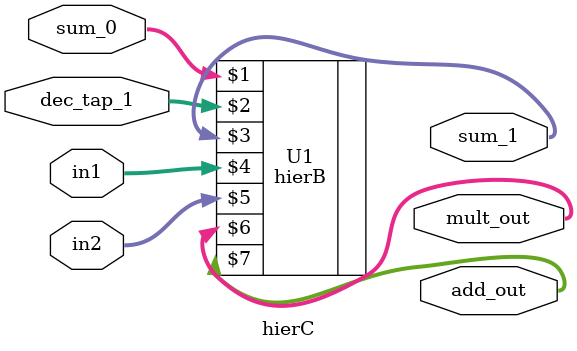
<source format=v>
module hierC (sum_0, dec_tap_1, sum_1, in1,in2,mult_out,add_out);

input [9:0]  sum_0;
input [9:0]  dec_tap_1;
input [63:0]  in1;
input [63:0]  in2;
output [127:0]  mult_out;
output [63:0]  add_out;
output [9:0]  sum_1;

hierB U1 (sum_0, dec_tap_1, sum_1,in1,in2,mult_out,add_out);

endmodule

</source>
